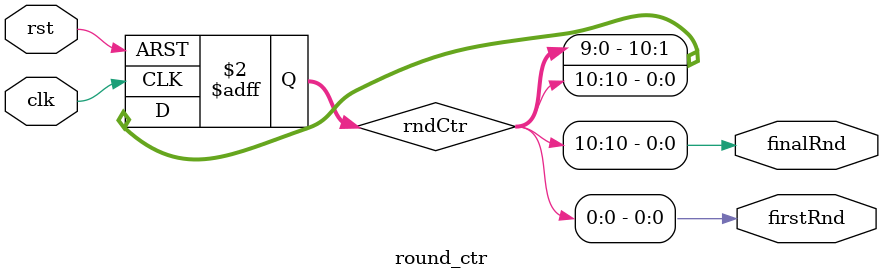
<source format=v>
module round_const( clk, rst, rc );
  input clk, rst;
  output reg [7:0] rc;
  
  wire clk;
  wire rst;
 
  always @(posedge clk or posedge rst)
  begin
      if(rst)
          rc <= 8'h 36;
      else
          case(rc)
              8'h 00: rc<= 8'h 01;
              8'h 01: rc<= 8'h 02;
              8'h 02: rc<= 8'h 04;
              8'h 04: rc<= 8'h 08;
              8'h 08: rc<= 8'h 10;
              8'h 10: rc<= 8'h 20;
              8'h 20: rc<= 8'h 40;
              8'h 40: rc<= 8'h 80;
              8'h 80: rc<= 8'h 1b;
              8'h 1b: rc<= 8'h 36;
              8'h 36: rc<= 8'h 00;
          endcase
  end
 
endmodule
 
module round_ctr( clk, rst, firstRnd, finalRnd );
    input clk, rst;
    output firstRnd, finalRnd;
    
    wire firstRnd;
    wire finalRnd;
    wire clk;
    wire rst;
 
    reg [10:0] rndCtr;
    always @(posedge clk or posedge rst)
    begin
        if(rst)
            rndCtr <= 11'b 10000000000;
        else
            rndCtr <= {rndCtr[9:0],rndCtr[10]};
    end
    assign firstRnd = rndCtr[0];
    //might be 10 or 9 not sure yet
    assign finalRnd = rndCtr[10];
endmodule
</source>
